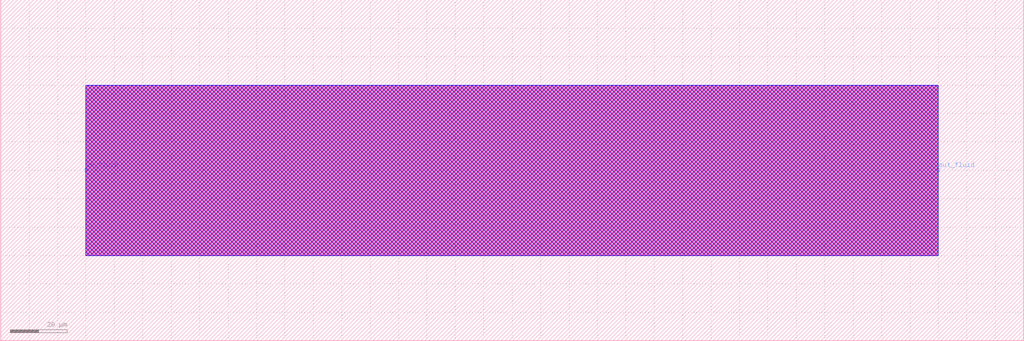
<source format=lef>

MACRO optical_measure_100_5ch
  CLASS CORE ;
  ORIGIN  0 0 ;
  FOREIGN optical_measure_100_5ch 0 0 ;
  SIZE 360 BY 120 ;
  SYMMETRY X Y ;
  SITE CoreSite ;
  PIN in_fluid
    DIRECTION INPUT ;
    USE SIGNAL ;
    PORT
      LAYER met4 ;
        RECT 29.5 59.5 30.5 60.5 ;
    END
  END in_fluid
  PIN out_fluid
    DIRECTION OUTPUT ;
    USE SIGNAL ;
    PORT
      LAYER met4 ;
        RECT 329.5 59.5 330.5 60.5 ;
    END
  END out_fluid
  OBS
    LAYER met1 ;
      RECT 30 30 330 90 ;
    LAYER met2 ;
      RECT 30 30 330 90 ;
    LAYER met3 ;
      RECT 30 30 330 90 ;
    LAYER met4 ;
      RECT 30 30 330 90 ;
    LAYER met5 ;
      RECT 30 30 330 90 ;
    LAYER met6 ;
      RECT 30 30 330 90 ;
    LAYER met7 ;
      RECT 30 30 330 90 ;
    LAYER met8 ;
      RECT 30 30 330 90 ;
    LAYER met9 ;
      RECT 30 30 330 90 ;
  END
  PROPERTY CatenaDesignType "deviceLevel" ;
END optical_measure_100_5ch

</source>
